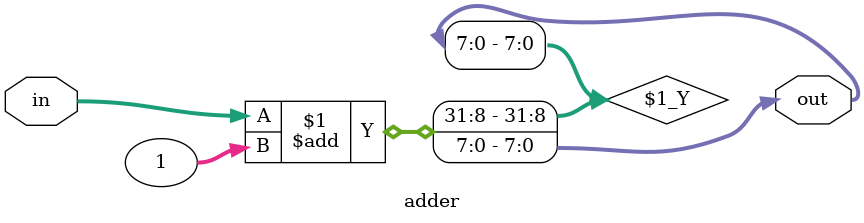
<source format=v>
`timescale 1ns / 1ps


module adder(
    input [7:0] in,
    output [7:0] out
    );
    assign out = in + 1;
endmodule

</source>
